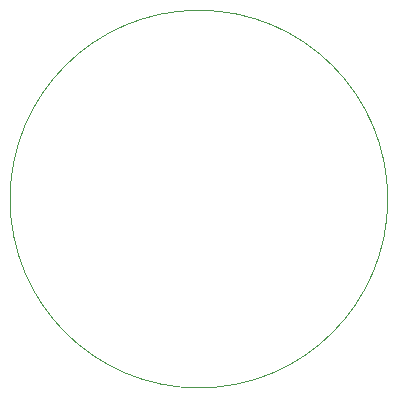
<source format=gko>
G04 #@! TF.FileFunction,Profile,NP*
%FSLAX46Y46*%
G04 Gerber Fmt 4.6, Leading zero omitted, Abs format (unit mm)*
G04 Created by KiCad (PCBNEW 4.0.7) date 08/30/18 22:11:47*
%MOMM*%
%LPD*%
G01*
G04 APERTURE LIST*
%ADD10C,0.100000*%
G04 APERTURE END LIST*
D10*
X223633891Y-92075000D02*
G75*
G03X223633891Y-92075000I-15988891J0D01*
G01*
M02*

</source>
